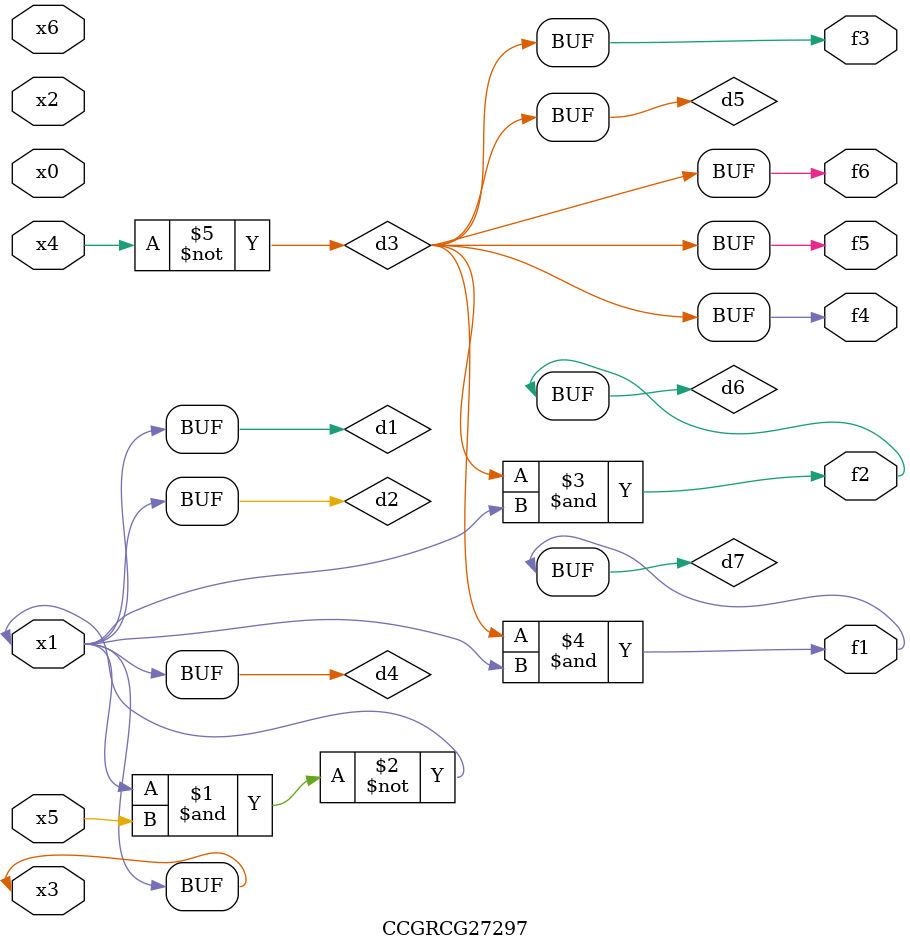
<source format=v>
module CCGRCG27297(
	input x0, x1, x2, x3, x4, x5, x6,
	output f1, f2, f3, f4, f5, f6
);

	wire d1, d2, d3, d4, d5, d6, d7;

	buf (d1, x1, x3);
	nand (d2, x1, x5);
	not (d3, x4);
	buf (d4, d1, d2);
	buf (d5, d3);
	and (d6, d3, d4);
	and (d7, d3, d4);
	assign f1 = d7;
	assign f2 = d6;
	assign f3 = d5;
	assign f4 = d5;
	assign f5 = d5;
	assign f6 = d5;
endmodule

</source>
